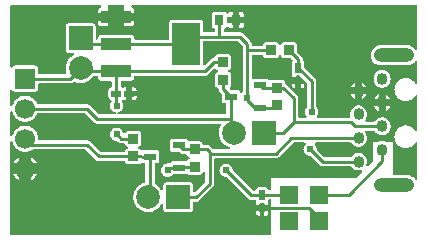
<source format=gtl>
G04 Layer: TopLayer*
G04 EasyEDA v6.5.29, 2023-10-05 15:07:23*
G04 0de49d076cbe44b984db42f85a7ac8d1,cce8abda2c6f4e5b9eea80e955d706a9,10*
G04 Gerber Generator version 0.2*
G04 Scale: 100 percent, Rotated: No, Reflected: No *
G04 Dimensions in millimeters *
G04 leading zeros omitted , absolute positions ,4 integer and 5 decimal *
%FSLAX45Y45*%
%MOMM*%

%AMMACRO1*21,1,$1,$2,0,0,$3*%
%ADD10C,0.2540*%
%ADD11MACRO1,0.54X0.7901X-90.0000*%
%ADD12MACRO1,0.54X0.7901X0.0000*%
%ADD13R,0.5400X0.7901*%
%ADD14R,0.8000X0.9000*%
%ADD15R,1.0700X0.6000*%
%ADD16MACRO1,0.864X0.8065X0.0000*%
%ADD17R,0.8640X0.8065*%
%ADD18MACRO1,0.864X0.8065X-90.0000*%
%ADD19R,2.5000X1.1000*%
%ADD20MACRO1,3.6X2.34X90.0000*%
%ADD21R,1.6000X1.5000*%
%ADD22R,1.7000X1.7000*%
%ADD23C,1.7000*%
%ADD24R,2.0000X2.0000*%
%ADD25C,2.0000*%
%ADD26O,0.8999982X0.9999979999999999*%
%ADD27O,3.3999932X1.1999976*%
%ADD28C,0.6096*%
%ADD29C,0.0137*%

%LPD*%
G36*
X1982927Y-768756D02*
G01*
X1978964Y-767791D01*
X1975713Y-765403D01*
X1973630Y-761949D01*
X1972564Y-758901D01*
X1969516Y-753973D01*
X1965401Y-749909D01*
X1960524Y-746810D01*
X1955038Y-744880D01*
X1948738Y-744169D01*
X1898700Y-744169D01*
X1894789Y-743407D01*
X1891487Y-741222D01*
X1886204Y-735939D01*
X1884121Y-732942D01*
X1883257Y-729437D01*
X1883664Y-725830D01*
X1885289Y-722579D01*
X1892198Y-715975D01*
X1895297Y-711047D01*
X1897176Y-705612D01*
X1897888Y-699262D01*
X1897888Y-619760D01*
X1897176Y-613460D01*
X1895297Y-607974D01*
X1892198Y-603097D01*
X1888134Y-598982D01*
X1883206Y-595934D01*
X1877161Y-593801D01*
X1873605Y-591667D01*
X1871167Y-588264D01*
X1870354Y-584200D01*
X1871167Y-580136D01*
X1873605Y-576732D01*
X1877161Y-574598D01*
X1883206Y-572465D01*
X1888134Y-569417D01*
X1892198Y-565302D01*
X1895297Y-560425D01*
X1897176Y-554939D01*
X1897888Y-548640D01*
X1897888Y-469138D01*
X1897176Y-462788D01*
X1895297Y-457352D01*
X1892198Y-452424D01*
X1888134Y-448360D01*
X1883206Y-445262D01*
X1877771Y-443331D01*
X1871421Y-442620D01*
X1786178Y-442620D01*
X1779828Y-443331D01*
X1774393Y-445262D01*
X1769465Y-448360D01*
X1765401Y-452424D01*
X1762302Y-457352D01*
X1760169Y-463448D01*
X1758238Y-466801D01*
X1755241Y-469138D01*
X1751584Y-470204D01*
X1744319Y-470966D01*
X1737106Y-473151D01*
X1730400Y-476707D01*
X1724202Y-481838D01*
X1676450Y-529539D01*
X1673148Y-531723D01*
X1669288Y-532536D01*
X1665376Y-531723D01*
X1662074Y-529539D01*
X1659889Y-526237D01*
X1659128Y-522376D01*
X1659128Y-340868D01*
X1659889Y-336956D01*
X1662074Y-333705D01*
X1665376Y-331470D01*
X1669288Y-330708D01*
X1948281Y-330708D01*
X1952193Y-331470D01*
X1955495Y-333705D01*
X1990394Y-368604D01*
X1992630Y-371906D01*
X1993392Y-375818D01*
X1993392Y-758596D01*
X1992579Y-762558D01*
X1990293Y-765911D01*
X1986889Y-768045D01*
G37*

%LPD*%
G36*
X781050Y-950874D02*
G01*
X777189Y-950061D01*
X773887Y-947877D01*
X700735Y-874776D01*
X694537Y-869645D01*
X687832Y-866089D01*
X680618Y-863904D01*
X672592Y-863092D01*
X262940Y-863092D01*
X259130Y-862330D01*
X255879Y-860247D01*
X253644Y-857046D01*
X250698Y-850392D01*
X243332Y-838250D01*
X234492Y-827125D01*
X224282Y-817270D01*
X212902Y-808786D01*
X200507Y-801776D01*
X187350Y-796442D01*
X173583Y-792835D01*
X159512Y-791057D01*
X145288Y-791057D01*
X131216Y-792835D01*
X117449Y-796442D01*
X104292Y-801776D01*
X91897Y-808786D01*
X80518Y-817270D01*
X70307Y-827125D01*
X61467Y-838250D01*
X54102Y-850392D01*
X48361Y-863396D01*
X45821Y-871931D01*
X43840Y-875537D01*
X40640Y-878078D01*
X36677Y-879195D01*
X32613Y-878586D01*
X29108Y-876401D01*
X26720Y-873048D01*
X25908Y-869035D01*
X25908Y-750214D01*
X26822Y-745947D01*
X29464Y-742492D01*
X33274Y-740460D01*
X37592Y-740156D01*
X41656Y-741680D01*
X44653Y-744778D01*
X47193Y-748792D01*
X51308Y-752906D01*
X56184Y-756005D01*
X61671Y-757885D01*
X67970Y-758596D01*
X236829Y-758596D01*
X243128Y-757885D01*
X248615Y-756005D01*
X253492Y-752906D01*
X257606Y-748792D01*
X260705Y-743915D01*
X262585Y-738428D01*
X263296Y-732129D01*
X263296Y-696468D01*
X264058Y-692556D01*
X266293Y-689305D01*
X269595Y-687070D01*
X273456Y-686308D01*
X532892Y-686308D01*
X540918Y-685495D01*
X548132Y-683310D01*
X554837Y-679754D01*
X560578Y-675030D01*
X563880Y-673201D01*
X567588Y-672744D01*
X571195Y-673608D01*
X577646Y-676503D01*
X592175Y-681024D01*
X607110Y-683768D01*
X622300Y-684682D01*
X637489Y-683768D01*
X652424Y-681024D01*
X666953Y-676503D01*
X680821Y-670255D01*
X693826Y-662381D01*
X705764Y-653034D01*
X716534Y-642264D01*
X728878Y-626516D01*
X731926Y-624789D01*
X735330Y-624230D01*
X761136Y-624230D01*
X765048Y-624992D01*
X768299Y-627176D01*
X770534Y-630478D01*
X771296Y-634390D01*
X771296Y-640029D01*
X772007Y-646328D01*
X773938Y-651814D01*
X776986Y-656691D01*
X781100Y-660806D01*
X785977Y-663905D01*
X791464Y-665784D01*
X797763Y-666496D01*
X874014Y-666496D01*
X877874Y-667258D01*
X881176Y-669442D01*
X883361Y-672744D01*
X884174Y-676605D01*
X884326Y-713079D01*
X883513Y-717143D01*
X881126Y-720547D01*
X877569Y-722731D01*
X872693Y-724408D01*
X867765Y-727506D01*
X863701Y-731570D01*
X860602Y-736498D01*
X858672Y-741934D01*
X857961Y-748284D01*
X857961Y-801116D01*
X858672Y-807466D01*
X860602Y-812901D01*
X863701Y-817829D01*
X867765Y-821893D01*
X872693Y-824992D01*
X877569Y-826668D01*
X880770Y-828548D01*
X883107Y-831443D01*
X884275Y-834999D01*
X884072Y-838708D01*
X882497Y-842111D01*
X878281Y-848106D01*
X874166Y-857046D01*
X871626Y-866495D01*
X870762Y-876300D01*
X871626Y-886104D01*
X874166Y-895553D01*
X878281Y-904494D01*
X883919Y-912520D01*
X890879Y-919480D01*
X898906Y-925118D01*
X907846Y-929233D01*
X913942Y-930859D01*
X917600Y-932738D01*
X920292Y-935939D01*
X921410Y-939952D01*
X920902Y-944067D01*
X918718Y-947623D01*
X915365Y-950010D01*
X911301Y-950874D01*
G37*

%LPD*%
G36*
X942898Y-950874D02*
G01*
X938834Y-950010D01*
X935482Y-947623D01*
X933297Y-944067D01*
X932789Y-939952D01*
X933907Y-935939D01*
X936599Y-932738D01*
X940257Y-930859D01*
X946353Y-929233D01*
X955294Y-925118D01*
X963320Y-919480D01*
X970280Y-912520D01*
X975918Y-904494D01*
X980033Y-895553D01*
X982573Y-886104D01*
X983437Y-876300D01*
X982573Y-866495D01*
X980033Y-857046D01*
X975918Y-848106D01*
X970635Y-840638D01*
X969010Y-836726D01*
X969060Y-832510D01*
X970889Y-828649D01*
X974090Y-825906D01*
X978103Y-824687D01*
X982319Y-825195D01*
X987145Y-826871D01*
X993495Y-827633D01*
X1006297Y-827633D01*
X1006297Y-794562D01*
X998982Y-794562D01*
X995070Y-793800D01*
X991768Y-791565D01*
X989584Y-788263D01*
X988821Y-784402D01*
X988821Y-764997D01*
X989584Y-761136D01*
X991768Y-757834D01*
X995070Y-755599D01*
X998982Y-754837D01*
X1006297Y-754837D01*
X1006297Y-721817D01*
X993495Y-721817D01*
X987145Y-722528D01*
X981252Y-724560D01*
X977900Y-725119D01*
X974547Y-724560D01*
X968349Y-722426D01*
X964844Y-720293D01*
X962406Y-716889D01*
X961542Y-712876D01*
X961390Y-676706D01*
X962152Y-672795D01*
X964336Y-669493D01*
X967638Y-667308D01*
X971550Y-666496D01*
X1046632Y-666496D01*
X1052931Y-665784D01*
X1058418Y-663905D01*
X1063294Y-660806D01*
X1067409Y-656691D01*
X1070508Y-651814D01*
X1072388Y-646328D01*
X1073099Y-640029D01*
X1073099Y-634238D01*
X1073861Y-630326D01*
X1076096Y-627075D01*
X1079398Y-624840D01*
X1083259Y-624078D01*
X1674622Y-624078D01*
X1682648Y-623265D01*
X1689862Y-621080D01*
X1696567Y-617524D01*
X1702765Y-612394D01*
X1750466Y-564743D01*
X1753768Y-562559D01*
X1757629Y-561746D01*
X1761540Y-562559D01*
X1764842Y-564743D01*
X1769465Y-569417D01*
X1774393Y-572465D01*
X1780438Y-574598D01*
X1783994Y-576732D01*
X1786432Y-580136D01*
X1787245Y-584200D01*
X1786432Y-588264D01*
X1783994Y-591667D01*
X1780438Y-593801D01*
X1774393Y-595934D01*
X1769465Y-598982D01*
X1765401Y-603097D01*
X1762302Y-607974D01*
X1760423Y-613460D01*
X1759712Y-619760D01*
X1759712Y-699262D01*
X1760423Y-705612D01*
X1762302Y-711047D01*
X1765401Y-715975D01*
X1769465Y-720039D01*
X1774393Y-723138D01*
X1779828Y-725068D01*
X1784705Y-726186D01*
X1787499Y-728167D01*
X1789430Y-731012D01*
X1790344Y-734314D01*
X1791004Y-740613D01*
X1793189Y-747877D01*
X1796745Y-754532D01*
X1801875Y-760780D01*
X1813407Y-772312D01*
X1815592Y-775614D01*
X1816404Y-779475D01*
X1816404Y-829513D01*
X1817116Y-835863D01*
X1818995Y-841298D01*
X1822094Y-846226D01*
X1826158Y-850290D01*
X1831086Y-853389D01*
X1836521Y-855319D01*
X1842871Y-856030D01*
X1847037Y-856030D01*
X1850898Y-856792D01*
X1854200Y-858977D01*
X1856435Y-862279D01*
X1857197Y-866190D01*
X1857197Y-940714D01*
X1856435Y-944575D01*
X1854200Y-947877D01*
X1850898Y-950061D01*
X1847037Y-950874D01*
G37*

%LPC*%
G36*
X1058519Y-754837D02*
G01*
X1097838Y-754837D01*
X1097838Y-748284D01*
X1097127Y-741934D01*
X1095197Y-736498D01*
X1092098Y-731570D01*
X1088034Y-727506D01*
X1083106Y-724408D01*
X1077671Y-722528D01*
X1071321Y-721817D01*
X1058519Y-721817D01*
G37*
G36*
X1058519Y-827633D02*
G01*
X1071321Y-827633D01*
X1077671Y-826871D01*
X1083106Y-824992D01*
X1088034Y-821893D01*
X1092098Y-817829D01*
X1095197Y-812901D01*
X1097127Y-807466D01*
X1097838Y-801116D01*
X1097838Y-794562D01*
X1058519Y-794562D01*
G37*

%LPD*%
G36*
X2474468Y-977392D02*
G01*
X2470556Y-976630D01*
X2467305Y-974394D01*
X2465070Y-971143D01*
X2464308Y-967232D01*
X2464308Y-813308D01*
X2463495Y-805281D01*
X2461310Y-798068D01*
X2457754Y-791362D01*
X2452624Y-785164D01*
X2365197Y-697738D01*
X2358847Y-692454D01*
X2356358Y-689457D01*
X2355189Y-685749D01*
X2354376Y-678688D01*
X2352497Y-673252D01*
X2349398Y-668324D01*
X2345334Y-664260D01*
X2340406Y-661162D01*
X2334971Y-659231D01*
X2328621Y-658520D01*
X2243378Y-658520D01*
X2237028Y-659231D01*
X2231593Y-661162D01*
X2226716Y-663346D01*
X2222855Y-663295D01*
X2219248Y-661771D01*
X2212390Y-654913D01*
X2207514Y-651814D01*
X2202027Y-649884D01*
X2195728Y-649173D01*
X2089912Y-649173D01*
X2082038Y-650189D01*
X2077770Y-649833D01*
X2074062Y-647750D01*
X2071522Y-644296D01*
X2070607Y-640130D01*
X2070607Y-455168D01*
X2071370Y-451256D01*
X2073605Y-448005D01*
X2076856Y-445770D01*
X2080768Y-445008D01*
X2160320Y-445008D01*
X2163927Y-445668D01*
X2167077Y-447598D01*
X2169363Y-450494D01*
X2170531Y-455371D01*
X2172462Y-460806D01*
X2175560Y-465734D01*
X2179624Y-469798D01*
X2184552Y-472897D01*
X2189988Y-474776D01*
X2196338Y-475488D01*
X2275840Y-475488D01*
X2282139Y-474776D01*
X2287625Y-472897D01*
X2292502Y-469798D01*
X2296617Y-465734D01*
X2299665Y-460806D01*
X2301798Y-454761D01*
X2303932Y-451205D01*
X2307336Y-448767D01*
X2311400Y-447954D01*
X2315464Y-448767D01*
X2318867Y-451205D01*
X2321001Y-454761D01*
X2323134Y-460806D01*
X2326182Y-465734D01*
X2330297Y-469798D01*
X2335174Y-472897D01*
X2340660Y-474776D01*
X2346960Y-475488D01*
X2397048Y-475488D01*
X2400909Y-476300D01*
X2404211Y-478485D01*
X2414168Y-488442D01*
X2416149Y-491235D01*
X2417114Y-494487D01*
X2416911Y-497890D01*
X2415590Y-501040D01*
X2413508Y-504393D01*
X2411628Y-509828D01*
X2410917Y-516178D01*
X2410917Y-594004D01*
X2411628Y-600354D01*
X2413660Y-606247D01*
X2414219Y-609600D01*
X2413660Y-612952D01*
X2411628Y-618845D01*
X2410917Y-625195D01*
X2410917Y-637997D01*
X2443937Y-637997D01*
X2443937Y-630682D01*
X2444699Y-626770D01*
X2446934Y-623468D01*
X2450236Y-621284D01*
X2454097Y-620522D01*
X2470404Y-620522D01*
X2474315Y-621284D01*
X2477566Y-623468D01*
X2480665Y-626567D01*
X2482900Y-629869D01*
X2483662Y-633730D01*
X2483662Y-637997D01*
X2487879Y-637997D01*
X2491790Y-638759D01*
X2495092Y-640994D01*
X2526995Y-672846D01*
X2529179Y-676148D01*
X2529433Y-677468D01*
X2530754Y-677722D01*
X2534056Y-679958D01*
X2536494Y-682396D01*
X2538730Y-685698D01*
X2539492Y-689610D01*
X2539492Y-882091D01*
X2538730Y-886002D01*
X2536494Y-889304D01*
X2534920Y-890879D01*
X2529281Y-898906D01*
X2525166Y-907846D01*
X2522626Y-917295D01*
X2521762Y-927100D01*
X2522626Y-936904D01*
X2525166Y-946353D01*
X2529281Y-955294D01*
X2533599Y-961390D01*
X2535275Y-965453D01*
X2535072Y-969873D01*
X2533040Y-973785D01*
X2529586Y-976426D01*
X2525268Y-977392D01*
G37*

%LPC*%
G36*
X2437384Y-729538D02*
G01*
X2443937Y-729538D01*
X2443937Y-690219D01*
X2410917Y-690219D01*
X2410917Y-703021D01*
X2411628Y-709371D01*
X2413508Y-714806D01*
X2416606Y-719734D01*
X2420670Y-723798D01*
X2425598Y-726897D01*
X2431034Y-728827D01*
G37*
G36*
X2483662Y-729538D02*
G01*
X2490216Y-729538D01*
X2496566Y-728827D01*
X2502001Y-726897D01*
X2506929Y-723798D01*
X2510993Y-719734D01*
X2514092Y-714806D01*
X2515971Y-709371D01*
X2516682Y-703021D01*
X2516682Y-690219D01*
X2483662Y-690219D01*
G37*

%LPD*%
G36*
X3462934Y-1505661D02*
G01*
X3458972Y-1504391D01*
X3455771Y-1501597D01*
X3449878Y-1493723D01*
X3441242Y-1485087D01*
X3431438Y-1477721D01*
X3420668Y-1471879D01*
X3409187Y-1467561D01*
X3397199Y-1464970D01*
X3384651Y-1464056D01*
X3274060Y-1464056D01*
X3270148Y-1463294D01*
X3266897Y-1461109D01*
X3264662Y-1457807D01*
X3263900Y-1453896D01*
X3263900Y-1182116D01*
X3262884Y-1181100D01*
X3207410Y-1181100D01*
X3203498Y-1180338D01*
X3196894Y-1177594D01*
X3186074Y-1175004D01*
X3175000Y-1174140D01*
X3163925Y-1175004D01*
X3153105Y-1177594D01*
X3146501Y-1180338D01*
X3142589Y-1181100D01*
X3099816Y-1181100D01*
X3098800Y-1182116D01*
X3098800Y-1341983D01*
X3098038Y-1345895D01*
X3095802Y-1349197D01*
X3059734Y-1385265D01*
X3056077Y-1387602D01*
X3051759Y-1388211D01*
X3047593Y-1386941D01*
X3044342Y-1384046D01*
X3042615Y-1380032D01*
X3042666Y-1375714D01*
X3045002Y-1366062D01*
X3045917Y-1354582D01*
X3045917Y-1345387D01*
X3045002Y-1333906D01*
X3042412Y-1323086D01*
X3038144Y-1312824D01*
X3032353Y-1303324D01*
X3025089Y-1294892D01*
X3016656Y-1287678D01*
X3007156Y-1281836D01*
X2996895Y-1277569D01*
X2986074Y-1274978D01*
X2975000Y-1274114D01*
X2963926Y-1274978D01*
X2953105Y-1277569D01*
X2942793Y-1281836D01*
X2933344Y-1287678D01*
X2924860Y-1294892D01*
X2917647Y-1303324D01*
X2915716Y-1306525D01*
X2913430Y-1309116D01*
X2910433Y-1310792D01*
X2907030Y-1311402D01*
X2690977Y-1311402D01*
X2687116Y-1310589D01*
X2683814Y-1308404D01*
X2624531Y-1249121D01*
X2622499Y-1246225D01*
X2621584Y-1242822D01*
X2620873Y-1234795D01*
X2618333Y-1225346D01*
X2614218Y-1216406D01*
X2608580Y-1208379D01*
X2606141Y-1205941D01*
X2603957Y-1202639D01*
X2603144Y-1198778D01*
X2603957Y-1194866D01*
X2606141Y-1191564D01*
X2609443Y-1189380D01*
X2613304Y-1188618D01*
X2907030Y-1188618D01*
X2910433Y-1189177D01*
X2913430Y-1190853D01*
X2915666Y-1193444D01*
X2917647Y-1196644D01*
X2924860Y-1205128D01*
X2933344Y-1212342D01*
X2942793Y-1218133D01*
X2953105Y-1222400D01*
X2963926Y-1224991D01*
X2975000Y-1225854D01*
X2986074Y-1224991D01*
X2996895Y-1222400D01*
X3007156Y-1218133D01*
X3016656Y-1212342D01*
X3025089Y-1205128D01*
X3032353Y-1196644D01*
X3038144Y-1187196D01*
X3042412Y-1176883D01*
X3045002Y-1166063D01*
X3045917Y-1154582D01*
X3045917Y-1145387D01*
X3045002Y-1133906D01*
X3042412Y-1123086D01*
X3038144Y-1112824D01*
X3032810Y-1104138D01*
X3031388Y-1100074D01*
X3031744Y-1095806D01*
X3033826Y-1092098D01*
X3037281Y-1089558D01*
X3041446Y-1088644D01*
X3107029Y-1088644D01*
X3110433Y-1089202D01*
X3113430Y-1090930D01*
X3115716Y-1093520D01*
X3117646Y-1096670D01*
X3124860Y-1105103D01*
X3133344Y-1112316D01*
X3142792Y-1118158D01*
X3153105Y-1122426D01*
X3163925Y-1125016D01*
X3175000Y-1125880D01*
X3186074Y-1125016D01*
X3196894Y-1122426D01*
X3207156Y-1118158D01*
X3216656Y-1112316D01*
X3225088Y-1105103D01*
X3232353Y-1096670D01*
X3238144Y-1087170D01*
X3242411Y-1076909D01*
X3245002Y-1066088D01*
X3245916Y-1054608D01*
X3245916Y-1045413D01*
X3245002Y-1033932D01*
X3242411Y-1023112D01*
X3238144Y-1012799D01*
X3232353Y-1003350D01*
X3225088Y-994867D01*
X3216656Y-987653D01*
X3207156Y-981862D01*
X3196894Y-977595D01*
X3186074Y-975004D01*
X3175000Y-974140D01*
X3163925Y-975004D01*
X3153105Y-977595D01*
X3142792Y-981862D01*
X3133344Y-987653D01*
X3124860Y-994867D01*
X3117646Y-1003350D01*
X3115665Y-1006602D01*
X3113379Y-1009142D01*
X3110382Y-1010869D01*
X3107029Y-1011428D01*
X3041446Y-1011428D01*
X3037230Y-1010513D01*
X3033826Y-1007973D01*
X3031693Y-1004265D01*
X3031337Y-999998D01*
X3032760Y-995984D01*
X3038144Y-987196D01*
X3042412Y-976884D01*
X3045002Y-966063D01*
X3045917Y-954582D01*
X3045917Y-945387D01*
X3045002Y-933907D01*
X3042412Y-923086D01*
X3038144Y-912825D01*
X3032353Y-903325D01*
X3025089Y-894892D01*
X3016656Y-887679D01*
X3007156Y-881837D01*
X2996895Y-877569D01*
X2986074Y-874979D01*
X2975000Y-874115D01*
X2963926Y-874979D01*
X2953105Y-877569D01*
X2942793Y-881837D01*
X2933344Y-887679D01*
X2924860Y-894892D01*
X2917647Y-903325D01*
X2911856Y-912825D01*
X2907588Y-923086D01*
X2904998Y-933907D01*
X2904083Y-945387D01*
X2904083Y-954582D01*
X2904998Y-966419D01*
X2904490Y-970584D01*
X2902356Y-974140D01*
X2898952Y-976528D01*
X2894888Y-977392D01*
X2630932Y-977392D01*
X2626614Y-976426D01*
X2623159Y-973785D01*
X2621127Y-969873D01*
X2620924Y-965453D01*
X2622600Y-961390D01*
X2626918Y-955294D01*
X2631033Y-946353D01*
X2633573Y-936904D01*
X2634437Y-927100D01*
X2633573Y-917295D01*
X2631033Y-907846D01*
X2626918Y-898906D01*
X2621280Y-890879D01*
X2619705Y-889304D01*
X2617470Y-886002D01*
X2616708Y-882091D01*
X2616708Y-669899D01*
X2615895Y-661873D01*
X2613710Y-654659D01*
X2610154Y-647954D01*
X2605024Y-641756D01*
X2519680Y-556361D01*
X2517495Y-553059D01*
X2516682Y-549198D01*
X2516682Y-516178D01*
X2515971Y-509828D01*
X2514092Y-504393D01*
X2510993Y-499465D01*
X2504490Y-493115D01*
X2502966Y-490169D01*
X2502408Y-486918D01*
X2502408Y-483971D01*
X2501595Y-475945D01*
X2499410Y-468731D01*
X2495854Y-462026D01*
X2490724Y-455828D01*
X2455926Y-420979D01*
X2453741Y-417677D01*
X2452979Y-413816D01*
X2452979Y-363778D01*
X2452268Y-357428D01*
X2450338Y-351993D01*
X2447239Y-347065D01*
X2443175Y-343001D01*
X2438247Y-339902D01*
X2432812Y-338023D01*
X2426462Y-337312D01*
X2346960Y-337312D01*
X2340660Y-338023D01*
X2335174Y-339902D01*
X2330297Y-343001D01*
X2326182Y-347065D01*
X2323134Y-351993D01*
X2321001Y-358038D01*
X2318867Y-361594D01*
X2315464Y-364032D01*
X2311400Y-364845D01*
X2307336Y-364032D01*
X2303932Y-361594D01*
X2301798Y-358038D01*
X2299665Y-351993D01*
X2296617Y-347065D01*
X2292502Y-343001D01*
X2287625Y-339902D01*
X2282139Y-338023D01*
X2275840Y-337312D01*
X2196338Y-337312D01*
X2189988Y-338023D01*
X2184552Y-339902D01*
X2179624Y-343001D01*
X2175560Y-347065D01*
X2172462Y-351993D01*
X2170531Y-357428D01*
X2169363Y-362305D01*
X2167077Y-365201D01*
X2163927Y-367131D01*
X2160320Y-367792D01*
X2080768Y-367792D01*
X2076856Y-367030D01*
X2073605Y-364794D01*
X2071370Y-361543D01*
X2069795Y-348081D01*
X2067610Y-340868D01*
X2064054Y-334162D01*
X2058924Y-327964D01*
X1996135Y-265176D01*
X1989937Y-260045D01*
X1983232Y-256489D01*
X1976018Y-254304D01*
X1967992Y-253492D01*
X1845665Y-253492D01*
X1841754Y-252729D01*
X1838502Y-250494D01*
X1836267Y-247243D01*
X1835505Y-243332D01*
X1835505Y-232308D01*
X1836369Y-228244D01*
X1838756Y-224840D01*
X1842312Y-222707D01*
X1848104Y-220675D01*
X1853031Y-217627D01*
X1857095Y-213512D01*
X1858314Y-211632D01*
X1861108Y-208686D01*
X1864868Y-207060D01*
X1868932Y-207060D01*
X1872691Y-208686D01*
X1875485Y-211632D01*
X1876704Y-213512D01*
X1880768Y-217627D01*
X1885696Y-220675D01*
X1891131Y-222605D01*
X1897481Y-223316D01*
X1910537Y-223316D01*
X1910537Y-181254D01*
X1872996Y-181254D01*
X1869084Y-180492D01*
X1865782Y-178257D01*
X1863598Y-174955D01*
X1862836Y-171094D01*
X1862836Y-133705D01*
X1863598Y-129844D01*
X1865782Y-126542D01*
X1869084Y-124307D01*
X1872996Y-123545D01*
X1910537Y-123545D01*
X1910537Y-81483D01*
X1897481Y-81483D01*
X1891131Y-82194D01*
X1885696Y-84124D01*
X1880768Y-87172D01*
X1876704Y-91287D01*
X1875485Y-93167D01*
X1872691Y-96113D01*
X1868932Y-97739D01*
X1864868Y-97739D01*
X1861108Y-96113D01*
X1858314Y-93167D01*
X1857095Y-91287D01*
X1853031Y-87172D01*
X1848104Y-84124D01*
X1842668Y-82194D01*
X1836318Y-81483D01*
X1757476Y-81483D01*
X1751177Y-82194D01*
X1745691Y-84124D01*
X1740814Y-87172D01*
X1736699Y-91287D01*
X1733600Y-96164D01*
X1731721Y-101650D01*
X1731010Y-107950D01*
X1731010Y-196850D01*
X1731721Y-203149D01*
X1733600Y-208635D01*
X1736699Y-213512D01*
X1740814Y-217627D01*
X1745691Y-220675D01*
X1751482Y-222707D01*
X1755038Y-224840D01*
X1757425Y-228244D01*
X1758289Y-232308D01*
X1758289Y-243332D01*
X1757527Y-247243D01*
X1755292Y-250494D01*
X1752041Y-252729D01*
X1748129Y-253492D01*
X1669288Y-253492D01*
X1665376Y-252729D01*
X1662074Y-250494D01*
X1659889Y-247243D01*
X1659128Y-243332D01*
X1659128Y-176174D01*
X1658416Y-169824D01*
X1656486Y-164388D01*
X1653387Y-159512D01*
X1649323Y-155397D01*
X1644396Y-152298D01*
X1638960Y-150418D01*
X1632610Y-149707D01*
X1399794Y-149707D01*
X1393444Y-150418D01*
X1388008Y-152298D01*
X1383080Y-155397D01*
X1379016Y-159512D01*
X1375918Y-164388D01*
X1373987Y-169824D01*
X1373276Y-176174D01*
X1373276Y-306832D01*
X1372514Y-310743D01*
X1370330Y-313994D01*
X1367028Y-316230D01*
X1363116Y-316992D01*
X1083259Y-316992D01*
X1079398Y-316230D01*
X1076096Y-313994D01*
X1073861Y-310743D01*
X1073099Y-306832D01*
X1073099Y-301193D01*
X1072388Y-294843D01*
X1070508Y-289407D01*
X1067409Y-284480D01*
X1063294Y-280416D01*
X1058418Y-277317D01*
X1052931Y-275386D01*
X1046632Y-274675D01*
X797763Y-274675D01*
X791464Y-275386D01*
X785977Y-277317D01*
X781100Y-280416D01*
X776986Y-284480D01*
X773938Y-289407D01*
X772007Y-294843D01*
X771296Y-301193D01*
X771296Y-306832D01*
X770534Y-310743D01*
X768299Y-313994D01*
X765048Y-316230D01*
X761136Y-316992D01*
X758393Y-316992D01*
X754481Y-316230D01*
X751179Y-313994D01*
X748995Y-310743D01*
X748233Y-306832D01*
X748233Y-205384D01*
X747471Y-199034D01*
X745591Y-193598D01*
X742492Y-188671D01*
X738428Y-184607D01*
X733501Y-181508D01*
X728065Y-179628D01*
X721715Y-178917D01*
X522884Y-178917D01*
X516534Y-179628D01*
X511098Y-181508D01*
X506171Y-184607D01*
X502107Y-188671D01*
X499008Y-193598D01*
X497128Y-199034D01*
X496417Y-205384D01*
X496417Y-404215D01*
X497128Y-410565D01*
X499008Y-416001D01*
X502107Y-420928D01*
X506171Y-424992D01*
X511098Y-428091D01*
X516534Y-429971D01*
X522884Y-430733D01*
X554837Y-430733D01*
X559104Y-431647D01*
X562610Y-434289D01*
X564642Y-438150D01*
X564896Y-442518D01*
X563270Y-446532D01*
X560120Y-449580D01*
X550773Y-455218D01*
X538835Y-464566D01*
X528066Y-475335D01*
X518718Y-487273D01*
X510844Y-500278D01*
X504596Y-514146D01*
X500075Y-528675D01*
X497332Y-543610D01*
X496417Y-558800D01*
X497332Y-573989D01*
X500075Y-588924D01*
X502259Y-595934D01*
X502666Y-599643D01*
X501700Y-603300D01*
X499465Y-606348D01*
X496265Y-608380D01*
X492556Y-609092D01*
X273456Y-609092D01*
X269595Y-608330D01*
X266293Y-606094D01*
X264058Y-602843D01*
X263296Y-598932D01*
X263296Y-563270D01*
X262585Y-556971D01*
X260705Y-551484D01*
X257606Y-546608D01*
X253492Y-542493D01*
X248615Y-539394D01*
X243128Y-537514D01*
X236829Y-536803D01*
X67970Y-536803D01*
X61671Y-537514D01*
X56184Y-539394D01*
X51308Y-542493D01*
X47193Y-546608D01*
X44653Y-550621D01*
X41656Y-553720D01*
X37592Y-555244D01*
X33274Y-554939D01*
X29464Y-552907D01*
X26822Y-549452D01*
X25908Y-545185D01*
X25908Y-36068D01*
X26670Y-32156D01*
X28905Y-28905D01*
X32156Y-26670D01*
X36068Y-25908D01*
X787349Y-25908D01*
X791311Y-26720D01*
X794664Y-29006D01*
X796848Y-32410D01*
X797509Y-36372D01*
X796594Y-40335D01*
X794207Y-43586D01*
X790752Y-45669D01*
X785977Y-47294D01*
X781100Y-50393D01*
X776986Y-54508D01*
X773938Y-59385D01*
X772007Y-64871D01*
X771296Y-71170D01*
X771296Y-91744D01*
X853338Y-91744D01*
X853338Y-36068D01*
X854151Y-32156D01*
X856335Y-28905D01*
X859637Y-26670D01*
X863498Y-25908D01*
X980897Y-25908D01*
X984758Y-26670D01*
X988060Y-28905D01*
X990295Y-32156D01*
X991057Y-36068D01*
X991057Y-91744D01*
X1073099Y-91744D01*
X1073099Y-71170D01*
X1072388Y-64871D01*
X1070508Y-59385D01*
X1067409Y-54508D01*
X1063294Y-50393D01*
X1058418Y-47294D01*
X1053693Y-45669D01*
X1050188Y-43586D01*
X1047800Y-40335D01*
X1046886Y-36372D01*
X1047546Y-32410D01*
X1049731Y-29006D01*
X1053084Y-26720D01*
X1057046Y-25908D01*
X3463950Y-25908D01*
X3467811Y-26670D01*
X3471113Y-28905D01*
X3473297Y-32156D01*
X3474059Y-36068D01*
X3474059Y-395528D01*
X3473196Y-399643D01*
X3470757Y-403047D01*
X3467150Y-405180D01*
X3462934Y-405638D01*
X3458972Y-404368D01*
X3455771Y-401624D01*
X3449878Y-393750D01*
X3441242Y-385064D01*
X3431438Y-377748D01*
X3420668Y-371856D01*
X3409187Y-367588D01*
X3397199Y-364998D01*
X3384651Y-364083D01*
X3165348Y-364083D01*
X3152749Y-364998D01*
X3140811Y-367588D01*
X3129330Y-371856D01*
X3118561Y-377748D01*
X3108756Y-385064D01*
X3100070Y-393750D01*
X3092754Y-403555D01*
X3086862Y-414324D01*
X3082594Y-425805D01*
X3080004Y-437743D01*
X3079089Y-449986D01*
X3080004Y-462229D01*
X3082594Y-474167D01*
X3086862Y-485648D01*
X3092754Y-496417D01*
X3100070Y-506222D01*
X3108756Y-514908D01*
X3118561Y-522224D01*
X3129330Y-528116D01*
X3140811Y-532384D01*
X3152749Y-534974D01*
X3165348Y-535889D01*
X3384651Y-535889D01*
X3397199Y-534974D01*
X3409187Y-532384D01*
X3420668Y-528116D01*
X3431438Y-522224D01*
X3441242Y-514908D01*
X3449878Y-506222D01*
X3455771Y-498348D01*
X3458972Y-495604D01*
X3462934Y-494334D01*
X3467150Y-494792D01*
X3470757Y-496925D01*
X3473196Y-500329D01*
X3474059Y-504443D01*
X3474059Y-682498D01*
X3473196Y-686612D01*
X3470706Y-690067D01*
X3466998Y-692150D01*
X3462782Y-692556D01*
X3458768Y-691235D01*
X3455619Y-688340D01*
X3449370Y-679500D01*
X3440429Y-669899D01*
X3430270Y-661670D01*
X3419094Y-654862D01*
X3407105Y-649630D01*
X3394506Y-646125D01*
X3381552Y-644347D01*
X3368446Y-644347D01*
X3355492Y-646125D01*
X3342894Y-649630D01*
X3330905Y-654862D01*
X3319678Y-661670D01*
X3309569Y-669899D01*
X3300628Y-679500D01*
X3293059Y-690168D01*
X3287064Y-701802D01*
X3282645Y-714146D01*
X3280003Y-726948D01*
X3279089Y-740003D01*
X3280003Y-753059D01*
X3282645Y-765860D01*
X3287064Y-778205D01*
X3293059Y-789787D01*
X3300628Y-800506D01*
X3309569Y-810056D01*
X3319678Y-818337D01*
X3330905Y-825144D01*
X3342894Y-830326D01*
X3355492Y-833882D01*
X3368446Y-835660D01*
X3381552Y-835660D01*
X3394506Y-833882D01*
X3407105Y-830326D01*
X3419094Y-825144D01*
X3430270Y-818337D01*
X3440429Y-810056D01*
X3449370Y-800506D01*
X3455619Y-791667D01*
X3458768Y-788771D01*
X3462782Y-787400D01*
X3466998Y-787806D01*
X3470706Y-789940D01*
X3473196Y-793343D01*
X3474059Y-797509D01*
X3474059Y-1082497D01*
X3473196Y-1086612D01*
X3470706Y-1090066D01*
X3466998Y-1092149D01*
X3462782Y-1092555D01*
X3458768Y-1091234D01*
X3455619Y-1088339D01*
X3449370Y-1079500D01*
X3440429Y-1069898D01*
X3430270Y-1061669D01*
X3419094Y-1054862D01*
X3407105Y-1049629D01*
X3394506Y-1046124D01*
X3381552Y-1044346D01*
X3368446Y-1044346D01*
X3355492Y-1046124D01*
X3342894Y-1049629D01*
X3330905Y-1054862D01*
X3319678Y-1061669D01*
X3309569Y-1069898D01*
X3300628Y-1079500D01*
X3293059Y-1090168D01*
X3287064Y-1101801D01*
X3282645Y-1114145D01*
X3280003Y-1126947D01*
X3279089Y-1140002D01*
X3280003Y-1153058D01*
X3282645Y-1165860D01*
X3287064Y-1178204D01*
X3293059Y-1189786D01*
X3300628Y-1200505D01*
X3309569Y-1210056D01*
X3319678Y-1218336D01*
X3330905Y-1225143D01*
X3342894Y-1230325D01*
X3355492Y-1233881D01*
X3368446Y-1235659D01*
X3381552Y-1235659D01*
X3394506Y-1233881D01*
X3407105Y-1230325D01*
X3419094Y-1225143D01*
X3430270Y-1218336D01*
X3440429Y-1210056D01*
X3449370Y-1200505D01*
X3455619Y-1191666D01*
X3458768Y-1188770D01*
X3462782Y-1187399D01*
X3466998Y-1187805D01*
X3470706Y-1189939D01*
X3473196Y-1193342D01*
X3474059Y-1197508D01*
X3474059Y-1495552D01*
X3473196Y-1499666D01*
X3470757Y-1503070D01*
X3467150Y-1505153D01*
G37*

%LPC*%
G36*
X3003854Y-718667D02*
G01*
X3040583Y-718667D01*
X3038144Y-712825D01*
X3032353Y-703326D01*
X3025089Y-694893D01*
X3016656Y-687679D01*
X3007156Y-681837D01*
X3003854Y-680466D01*
G37*
G36*
X3175000Y-725881D02*
G01*
X3186074Y-725017D01*
X3196894Y-722426D01*
X3207156Y-718159D01*
X3216656Y-712317D01*
X3225088Y-705104D01*
X3232353Y-696671D01*
X3238144Y-687171D01*
X3242411Y-676910D01*
X3245002Y-666089D01*
X3245916Y-654608D01*
X3245916Y-645414D01*
X3245002Y-633933D01*
X3242411Y-623112D01*
X3238144Y-612800D01*
X3232353Y-603351D01*
X3225088Y-594868D01*
X3216656Y-587654D01*
X3207156Y-581863D01*
X3196894Y-577596D01*
X3186074Y-575005D01*
X3175000Y-574141D01*
X3163925Y-575005D01*
X3153105Y-577596D01*
X3142792Y-581863D01*
X3133344Y-587654D01*
X3124860Y-594868D01*
X3117646Y-603351D01*
X3111855Y-612800D01*
X3107588Y-623112D01*
X3104997Y-633933D01*
X3104083Y-645414D01*
X3104083Y-654608D01*
X3104997Y-666089D01*
X3107588Y-676910D01*
X3111855Y-687171D01*
X3117646Y-696671D01*
X3124860Y-705104D01*
X3133344Y-712317D01*
X3142792Y-718159D01*
X3153105Y-722426D01*
X3163925Y-725017D01*
G37*
G36*
X1963216Y-123545D02*
G01*
X2002789Y-123545D01*
X2002789Y-107950D01*
X2002078Y-101650D01*
X2000199Y-96164D01*
X1997100Y-91287D01*
X1992985Y-87172D01*
X1988108Y-84124D01*
X1982622Y-82194D01*
X1976323Y-81483D01*
X1963216Y-81483D01*
G37*
G36*
X797763Y-206502D02*
G01*
X853338Y-206502D01*
X853338Y-159461D01*
X771296Y-159461D01*
X771296Y-180035D01*
X772007Y-186334D01*
X773938Y-191820D01*
X776986Y-196697D01*
X781100Y-200812D01*
X785977Y-203860D01*
X791464Y-205790D01*
G37*
G36*
X991057Y-206502D02*
G01*
X1046632Y-206502D01*
X1052931Y-205790D01*
X1058418Y-203860D01*
X1063294Y-200812D01*
X1067409Y-196697D01*
X1070508Y-191820D01*
X1072388Y-186334D01*
X1073099Y-180035D01*
X1073099Y-159461D01*
X991057Y-159461D01*
G37*
G36*
X3203854Y-818641D02*
G01*
X3240582Y-818641D01*
X3238144Y-812800D01*
X3232353Y-803351D01*
X3225088Y-794867D01*
X3216656Y-787654D01*
X3207156Y-781862D01*
X3203854Y-780491D01*
G37*
G36*
X3109417Y-818641D02*
G01*
X3146145Y-818641D01*
X3146145Y-780491D01*
X3142792Y-781862D01*
X3133344Y-787654D01*
X3124860Y-794867D01*
X3117646Y-803351D01*
X3111855Y-812800D01*
G37*
G36*
X2946146Y-819505D02*
G01*
X2946146Y-781354D01*
X2909417Y-781354D01*
X2911856Y-787196D01*
X2917647Y-796645D01*
X2924860Y-805129D01*
X2933344Y-812342D01*
X2942793Y-818134D01*
G37*
G36*
X3003854Y-819505D02*
G01*
X3007156Y-818134D01*
X3016656Y-812342D01*
X3025089Y-805129D01*
X3032353Y-796645D01*
X3038144Y-787196D01*
X3040583Y-781354D01*
X3003854Y-781354D01*
G37*
G36*
X1963216Y-223316D02*
G01*
X1976323Y-223316D01*
X1982622Y-222605D01*
X1988108Y-220675D01*
X1992985Y-217627D01*
X1997100Y-213512D01*
X2000199Y-208635D01*
X2002078Y-203149D01*
X2002789Y-196850D01*
X2002789Y-181254D01*
X1963216Y-181254D01*
G37*
G36*
X3146145Y-919530D02*
G01*
X3146145Y-881329D01*
X3109417Y-881329D01*
X3111855Y-887171D01*
X3117646Y-896670D01*
X3124860Y-905103D01*
X3133344Y-912317D01*
X3142792Y-918159D01*
G37*
G36*
X3203854Y-919530D02*
G01*
X3207156Y-918159D01*
X3216656Y-912317D01*
X3225088Y-905103D01*
X3232353Y-896670D01*
X3238144Y-887171D01*
X3240582Y-881329D01*
X3203854Y-881329D01*
G37*
G36*
X2909417Y-718667D02*
G01*
X2946146Y-718667D01*
X2946146Y-680466D01*
X2942793Y-681837D01*
X2933344Y-687679D01*
X2924860Y-694893D01*
X2917647Y-703326D01*
X2911856Y-712825D01*
G37*

%LPD*%
G36*
X1583893Y-1608531D02*
G01*
X1579981Y-1607769D01*
X1576679Y-1605534D01*
X1574495Y-1602232D01*
X1573733Y-1598371D01*
X1573733Y-1551584D01*
X1572971Y-1545234D01*
X1571091Y-1539798D01*
X1567992Y-1534871D01*
X1563928Y-1530807D01*
X1559001Y-1527708D01*
X1553565Y-1525828D01*
X1547215Y-1525117D01*
X1348384Y-1525117D01*
X1342034Y-1525828D01*
X1336598Y-1527708D01*
X1331671Y-1530807D01*
X1327607Y-1534871D01*
X1324508Y-1539798D01*
X1322628Y-1545234D01*
X1321917Y-1551584D01*
X1321917Y-1583537D01*
X1320952Y-1587804D01*
X1318310Y-1591310D01*
X1314450Y-1593342D01*
X1310081Y-1593596D01*
X1306068Y-1591970D01*
X1303020Y-1588820D01*
X1297381Y-1579473D01*
X1288034Y-1567535D01*
X1277264Y-1556766D01*
X1265326Y-1547418D01*
X1253490Y-1540256D01*
X1250899Y-1537970D01*
X1249172Y-1534972D01*
X1248613Y-1531569D01*
X1248613Y-1374190D01*
X1249375Y-1370279D01*
X1251559Y-1366977D01*
X1254861Y-1364792D01*
X1258773Y-1364030D01*
X1262938Y-1364030D01*
X1269238Y-1363319D01*
X1274724Y-1361389D01*
X1279601Y-1358290D01*
X1283716Y-1354226D01*
X1286764Y-1349298D01*
X1288694Y-1343863D01*
X1289405Y-1337513D01*
X1289405Y-1278686D01*
X1288694Y-1272336D01*
X1286764Y-1266901D01*
X1283716Y-1261973D01*
X1279601Y-1257909D01*
X1274724Y-1254810D01*
X1269238Y-1252880D01*
X1262938Y-1252169D01*
X1157071Y-1252169D01*
X1150721Y-1252880D01*
X1141171Y-1256487D01*
X1137208Y-1256385D01*
X1133602Y-1254760D01*
X1130198Y-1250797D01*
X1126134Y-1246682D01*
X1121206Y-1243634D01*
X1115161Y-1241501D01*
X1111605Y-1239367D01*
X1109167Y-1235964D01*
X1108354Y-1231900D01*
X1109167Y-1227836D01*
X1111605Y-1224432D01*
X1115161Y-1222298D01*
X1121206Y-1220165D01*
X1126134Y-1217117D01*
X1130198Y-1213002D01*
X1133297Y-1208125D01*
X1135176Y-1202639D01*
X1135888Y-1196340D01*
X1135888Y-1116838D01*
X1135176Y-1110488D01*
X1133297Y-1105052D01*
X1130198Y-1100124D01*
X1126134Y-1096060D01*
X1121206Y-1092962D01*
X1115771Y-1091031D01*
X1109421Y-1090320D01*
X1024178Y-1090320D01*
X1017828Y-1091031D01*
X1012393Y-1092962D01*
X1007465Y-1096060D01*
X1003401Y-1100124D01*
X999744Y-1105916D01*
X997102Y-1108760D01*
X993546Y-1110386D01*
X989634Y-1110589D01*
X985977Y-1109268D01*
X983081Y-1106678D01*
X981354Y-1103172D01*
X980033Y-1098346D01*
X975918Y-1089406D01*
X970280Y-1081379D01*
X963320Y-1074420D01*
X955294Y-1068781D01*
X946353Y-1064666D01*
X936904Y-1062126D01*
X927100Y-1061262D01*
X917295Y-1062126D01*
X907846Y-1064666D01*
X898906Y-1068781D01*
X890879Y-1074420D01*
X883919Y-1081379D01*
X878281Y-1089406D01*
X874166Y-1098346D01*
X871626Y-1107795D01*
X870762Y-1117600D01*
X871626Y-1127404D01*
X874166Y-1136853D01*
X878281Y-1145794D01*
X883919Y-1153820D01*
X890879Y-1160780D01*
X898906Y-1166418D01*
X907846Y-1170533D01*
X917295Y-1173073D01*
X925321Y-1173784D01*
X928725Y-1174699D01*
X931621Y-1176731D01*
X938428Y-1183487D01*
X944626Y-1188618D01*
X951331Y-1192174D01*
X958545Y-1194358D01*
X966571Y-1195171D01*
X988568Y-1195171D01*
X992632Y-1196035D01*
X996035Y-1198422D01*
X998169Y-1201978D01*
X1000302Y-1208125D01*
X1003401Y-1213002D01*
X1007465Y-1217117D01*
X1012393Y-1220165D01*
X1018438Y-1222298D01*
X1021994Y-1224432D01*
X1024432Y-1227836D01*
X1025245Y-1231900D01*
X1024432Y-1235964D01*
X1021994Y-1239367D01*
X1018438Y-1241501D01*
X1012393Y-1243634D01*
X1007465Y-1246682D01*
X1003401Y-1250797D01*
X1000302Y-1255674D01*
X998169Y-1261821D01*
X996035Y-1265377D01*
X992632Y-1267764D01*
X988568Y-1268628D01*
X794054Y-1268628D01*
X790143Y-1267866D01*
X786841Y-1265631D01*
X700735Y-1179576D01*
X694537Y-1174445D01*
X687832Y-1170889D01*
X680618Y-1168704D01*
X672592Y-1167892D01*
X273354Y-1167892D01*
X269544Y-1167130D01*
X266293Y-1165047D01*
X264058Y-1161846D01*
X263194Y-1158036D01*
X262788Y-1145032D01*
X260502Y-1131011D01*
X256489Y-1117396D01*
X250698Y-1104392D01*
X243332Y-1092250D01*
X234492Y-1081125D01*
X224282Y-1071270D01*
X212902Y-1062786D01*
X200507Y-1055776D01*
X187350Y-1050442D01*
X173583Y-1046835D01*
X159512Y-1045057D01*
X145288Y-1045057D01*
X131216Y-1046835D01*
X117449Y-1050442D01*
X104292Y-1055776D01*
X91897Y-1062786D01*
X80518Y-1071270D01*
X70307Y-1081125D01*
X61467Y-1092250D01*
X54102Y-1104392D01*
X48361Y-1117396D01*
X45821Y-1125931D01*
X43840Y-1129538D01*
X40640Y-1132078D01*
X36677Y-1133195D01*
X32613Y-1132586D01*
X29108Y-1130401D01*
X26720Y-1127048D01*
X25908Y-1123035D01*
X25908Y-934974D01*
X26771Y-930859D01*
X29260Y-927455D01*
X32867Y-925321D01*
X37033Y-924864D01*
X41046Y-926134D01*
X44196Y-928878D01*
X46075Y-933246D01*
X51003Y-946607D01*
X57556Y-959205D01*
X65684Y-970838D01*
X75234Y-981354D01*
X86055Y-990549D01*
X97993Y-998321D01*
X110794Y-1004468D01*
X124256Y-1008938D01*
X138226Y-1011682D01*
X152400Y-1012596D01*
X166573Y-1011682D01*
X180543Y-1008938D01*
X194005Y-1004468D01*
X206806Y-998321D01*
X218744Y-990549D01*
X229565Y-981354D01*
X239115Y-970838D01*
X247243Y-959205D01*
X254152Y-945794D01*
X256438Y-942898D01*
X259588Y-940968D01*
X263194Y-940308D01*
X652881Y-940308D01*
X656793Y-941069D01*
X660095Y-943305D01*
X733196Y-1016406D01*
X739444Y-1021537D01*
X746099Y-1025093D01*
X753364Y-1027277D01*
X761339Y-1028090D01*
X1799285Y-1028090D01*
X1803450Y-1028953D01*
X1806905Y-1031494D01*
X1808988Y-1035202D01*
X1809394Y-1039469D01*
X1807972Y-1043482D01*
X1806244Y-1046378D01*
X1799996Y-1060246D01*
X1795475Y-1074775D01*
X1792732Y-1089710D01*
X1791817Y-1104900D01*
X1792732Y-1120089D01*
X1795475Y-1135024D01*
X1799996Y-1149553D01*
X1806244Y-1163421D01*
X1814118Y-1176426D01*
X1823466Y-1188364D01*
X1834235Y-1199134D01*
X1846173Y-1208481D01*
X1859178Y-1216355D01*
X1873046Y-1222603D01*
X1878279Y-1224229D01*
X1881835Y-1226210D01*
X1884375Y-1229461D01*
X1885391Y-1233424D01*
X1884781Y-1237437D01*
X1882597Y-1240942D01*
X1879244Y-1243279D01*
X1875231Y-1244092D01*
X1747418Y-1244092D01*
X1743506Y-1243330D01*
X1740204Y-1241094D01*
X1717598Y-1218539D01*
X1711401Y-1213408D01*
X1704695Y-1209852D01*
X1697482Y-1207668D01*
X1689455Y-1206855D01*
X1665732Y-1206855D01*
X1661668Y-1205992D01*
X1658264Y-1203604D01*
X1656130Y-1200048D01*
X1653997Y-1193952D01*
X1650898Y-1189024D01*
X1646834Y-1184960D01*
X1641906Y-1181862D01*
X1636471Y-1179931D01*
X1630121Y-1179220D01*
X1544320Y-1179220D01*
X1539900Y-1178255D01*
X1536395Y-1175461D01*
X1534363Y-1172870D01*
X1530705Y-1166977D01*
X1526590Y-1162913D01*
X1521714Y-1159814D01*
X1516227Y-1157884D01*
X1509928Y-1157173D01*
X1404061Y-1157173D01*
X1397711Y-1157884D01*
X1392275Y-1159814D01*
X1387398Y-1162913D01*
X1383284Y-1166977D01*
X1380185Y-1171905D01*
X1378305Y-1177340D01*
X1377594Y-1183690D01*
X1377594Y-1242517D01*
X1378305Y-1248867D01*
X1380185Y-1254302D01*
X1383284Y-1259230D01*
X1387398Y-1263294D01*
X1392275Y-1266393D01*
X1397711Y-1268272D01*
X1404061Y-1268984D01*
X1454099Y-1268984D01*
X1457553Y-1269593D01*
X1460601Y-1271371D01*
X1467967Y-1277569D01*
X1474622Y-1281074D01*
X1481836Y-1283258D01*
X1489862Y-1284071D01*
X1509268Y-1284071D01*
X1513332Y-1284935D01*
X1516735Y-1287322D01*
X1518869Y-1290878D01*
X1521002Y-1297025D01*
X1524101Y-1301902D01*
X1528165Y-1306017D01*
X1533093Y-1309065D01*
X1539138Y-1311198D01*
X1542694Y-1313332D01*
X1545132Y-1316736D01*
X1545945Y-1320800D01*
X1545132Y-1324864D01*
X1542694Y-1328267D01*
X1539138Y-1330401D01*
X1533093Y-1332534D01*
X1528165Y-1335582D01*
X1524101Y-1339697D01*
X1522171Y-1342796D01*
X1519580Y-1345539D01*
X1516176Y-1347216D01*
X1512417Y-1347470D01*
X1509928Y-1347216D01*
X1404061Y-1347216D01*
X1397711Y-1347927D01*
X1392275Y-1349806D01*
X1387398Y-1352905D01*
X1383284Y-1356969D01*
X1381201Y-1360271D01*
X1379220Y-1362608D01*
X1376578Y-1364234D01*
X1373581Y-1364996D01*
X1370685Y-1365300D01*
X1367942Y-1366113D01*
X1364132Y-1366520D01*
X1358900Y-1366062D01*
X1349095Y-1366926D01*
X1339646Y-1369466D01*
X1330706Y-1373581D01*
X1322679Y-1379220D01*
X1315720Y-1386179D01*
X1310081Y-1394206D01*
X1305966Y-1403146D01*
X1303426Y-1412595D01*
X1302562Y-1422400D01*
X1303426Y-1432204D01*
X1305966Y-1441653D01*
X1310081Y-1450594D01*
X1315720Y-1458620D01*
X1322679Y-1465580D01*
X1330706Y-1471218D01*
X1339646Y-1475333D01*
X1349095Y-1477873D01*
X1358900Y-1478737D01*
X1368704Y-1477873D01*
X1378153Y-1475333D01*
X1387094Y-1471218D01*
X1395120Y-1465580D01*
X1398727Y-1461973D01*
X1401978Y-1459788D01*
X1405890Y-1459026D01*
X1509928Y-1459026D01*
X1516227Y-1458315D01*
X1520952Y-1456639D01*
X1523949Y-1456080D01*
X1526946Y-1456436D01*
X1529740Y-1457604D01*
X1533093Y-1459738D01*
X1538528Y-1461668D01*
X1544878Y-1462379D01*
X1630121Y-1462379D01*
X1636471Y-1461668D01*
X1641906Y-1459738D01*
X1646834Y-1456639D01*
X1650898Y-1452575D01*
X1653997Y-1447647D01*
X1656130Y-1441500D01*
X1658213Y-1437995D01*
X1661464Y-1435608D01*
X1665427Y-1434693D01*
X1669389Y-1435354D01*
X1672793Y-1437538D01*
X1675079Y-1440891D01*
X1675892Y-1444853D01*
X1675892Y-1516481D01*
X1675130Y-1520393D01*
X1672894Y-1523695D01*
X1591056Y-1605534D01*
X1587754Y-1607769D01*
G37*

%LPD*%
G36*
X36068Y-1974088D02*
G01*
X32156Y-1973325D01*
X28905Y-1971090D01*
X26670Y-1967839D01*
X25908Y-1963928D01*
X25908Y-1188974D01*
X26771Y-1184859D01*
X29260Y-1181455D01*
X32867Y-1179322D01*
X37033Y-1178864D01*
X41046Y-1180134D01*
X44196Y-1182878D01*
X46075Y-1187246D01*
X51003Y-1200607D01*
X57556Y-1213205D01*
X65684Y-1224838D01*
X75234Y-1235354D01*
X86055Y-1244549D01*
X97993Y-1252321D01*
X110794Y-1258468D01*
X124256Y-1262938D01*
X138226Y-1265682D01*
X152400Y-1266596D01*
X166573Y-1265682D01*
X180543Y-1262938D01*
X194005Y-1258468D01*
X206806Y-1252321D01*
X215341Y-1246733D01*
X218033Y-1245514D01*
X220929Y-1245108D01*
X652881Y-1245108D01*
X656793Y-1245870D01*
X660095Y-1248105D01*
X746201Y-1334160D01*
X752398Y-1339291D01*
X759104Y-1342847D01*
X766318Y-1345031D01*
X774344Y-1345844D01*
X988568Y-1345844D01*
X992632Y-1346708D01*
X996035Y-1349095D01*
X998169Y-1352651D01*
X1000302Y-1358747D01*
X1003401Y-1363675D01*
X1007465Y-1367739D01*
X1012393Y-1370838D01*
X1017828Y-1372768D01*
X1024178Y-1373479D01*
X1109421Y-1373479D01*
X1115771Y-1372768D01*
X1121206Y-1370838D01*
X1126134Y-1367739D01*
X1132941Y-1360881D01*
X1136548Y-1359306D01*
X1140460Y-1359255D01*
X1145286Y-1361389D01*
X1150721Y-1363319D01*
X1157071Y-1364030D01*
X1161237Y-1364030D01*
X1165098Y-1364792D01*
X1168400Y-1366977D01*
X1170635Y-1370279D01*
X1171397Y-1374190D01*
X1171397Y-1518869D01*
X1170482Y-1523034D01*
X1167942Y-1526489D01*
X1164234Y-1528572D01*
X1149146Y-1533296D01*
X1135278Y-1539544D01*
X1122273Y-1547418D01*
X1110335Y-1556766D01*
X1099566Y-1567535D01*
X1090218Y-1579473D01*
X1082344Y-1592478D01*
X1076096Y-1606346D01*
X1071575Y-1620875D01*
X1068832Y-1635810D01*
X1067917Y-1651000D01*
X1068832Y-1666189D01*
X1071575Y-1681124D01*
X1076096Y-1695653D01*
X1082344Y-1709521D01*
X1090218Y-1722526D01*
X1099566Y-1734464D01*
X1110335Y-1745234D01*
X1122273Y-1754581D01*
X1135278Y-1762455D01*
X1149146Y-1768703D01*
X1163675Y-1773224D01*
X1178610Y-1775968D01*
X1193800Y-1776882D01*
X1208989Y-1775968D01*
X1223924Y-1773224D01*
X1238453Y-1768703D01*
X1252321Y-1762455D01*
X1265326Y-1754581D01*
X1277264Y-1745234D01*
X1288034Y-1734464D01*
X1297381Y-1722526D01*
X1303020Y-1713179D01*
X1306068Y-1710029D01*
X1310081Y-1708404D01*
X1314450Y-1708657D01*
X1318310Y-1710689D01*
X1320952Y-1714195D01*
X1321917Y-1718462D01*
X1321917Y-1750415D01*
X1322628Y-1756765D01*
X1324508Y-1762201D01*
X1327607Y-1767128D01*
X1331671Y-1771192D01*
X1336598Y-1774291D01*
X1342034Y-1776171D01*
X1348384Y-1776933D01*
X1547215Y-1776933D01*
X1553565Y-1776171D01*
X1559001Y-1774291D01*
X1563928Y-1771192D01*
X1567992Y-1767128D01*
X1571091Y-1762201D01*
X1572971Y-1756765D01*
X1573733Y-1750415D01*
X1573733Y-1699768D01*
X1574495Y-1695856D01*
X1576679Y-1692605D01*
X1579981Y-1690370D01*
X1583893Y-1689607D01*
X1599692Y-1689607D01*
X1607718Y-1688795D01*
X1614932Y-1686610D01*
X1621637Y-1683054D01*
X1627835Y-1677924D01*
X1741424Y-1564335D01*
X1746554Y-1558137D01*
X1750110Y-1551432D01*
X1752295Y-1544218D01*
X1753107Y-1536192D01*
X1753107Y-1331468D01*
X1753870Y-1327556D01*
X1756105Y-1324305D01*
X1759356Y-1322070D01*
X1763268Y-1321308D01*
X2272792Y-1321308D01*
X2280818Y-1320495D01*
X2288032Y-1318310D01*
X2294737Y-1314754D01*
X2300935Y-1309624D01*
X2418994Y-1191564D01*
X2422296Y-1189380D01*
X2426208Y-1188618D01*
X2517495Y-1188618D01*
X2521356Y-1189380D01*
X2524658Y-1191564D01*
X2526842Y-1194866D01*
X2527655Y-1198778D01*
X2526842Y-1202639D01*
X2524658Y-1205941D01*
X2522220Y-1208379D01*
X2516581Y-1216406D01*
X2512466Y-1225346D01*
X2509926Y-1234795D01*
X2509062Y-1244600D01*
X2509926Y-1254404D01*
X2512466Y-1263853D01*
X2516581Y-1272794D01*
X2522220Y-1280820D01*
X2529179Y-1287780D01*
X2537206Y-1293418D01*
X2546146Y-1297533D01*
X2555595Y-1300073D01*
X2563622Y-1300784D01*
X2567025Y-1301699D01*
X2569921Y-1303731D01*
X2643124Y-1376934D01*
X2649372Y-1382064D01*
X2656027Y-1385620D01*
X2663291Y-1387805D01*
X2671318Y-1388618D01*
X2907030Y-1388618D01*
X2910433Y-1389176D01*
X2913430Y-1390853D01*
X2915666Y-1393444D01*
X2917647Y-1396644D01*
X2924860Y-1405128D01*
X2933344Y-1412341D01*
X2942793Y-1418132D01*
X2953105Y-1422400D01*
X2963926Y-1424990D01*
X2975000Y-1425854D01*
X2986074Y-1424990D01*
X2995676Y-1422704D01*
X3000044Y-1422603D01*
X3004007Y-1424330D01*
X3006902Y-1427632D01*
X3008172Y-1431798D01*
X3007614Y-1436116D01*
X3005226Y-1439773D01*
X2962097Y-1482902D01*
X2958795Y-1485138D01*
X2954883Y-1485900D01*
X2236216Y-1485900D01*
X2235200Y-1486916D01*
X2235200Y-1581150D01*
X2234438Y-1585010D01*
X2232202Y-1588312D01*
X2228951Y-1590497D01*
X2225040Y-1591310D01*
X2219096Y-1591310D01*
X2215032Y-1590446D01*
X2211628Y-1588058D01*
X2206193Y-1578965D01*
X2202129Y-1574901D01*
X2197201Y-1571802D01*
X2191766Y-1569872D01*
X2185416Y-1569161D01*
X2132584Y-1569161D01*
X2126234Y-1569872D01*
X2120798Y-1571802D01*
X2115870Y-1574901D01*
X2111806Y-1578965D01*
X2108708Y-1583893D01*
X2106879Y-1589176D01*
X2104694Y-1592732D01*
X2101342Y-1595120D01*
X2097278Y-1595983D01*
X2086610Y-1595983D01*
X2082698Y-1595221D01*
X2079396Y-1592986D01*
X1913331Y-1426921D01*
X1911299Y-1424025D01*
X1910384Y-1420622D01*
X1909673Y-1412595D01*
X1907133Y-1403146D01*
X1903018Y-1394206D01*
X1897380Y-1386179D01*
X1890420Y-1379220D01*
X1882393Y-1373581D01*
X1873453Y-1369466D01*
X1864004Y-1366926D01*
X1854200Y-1366062D01*
X1844395Y-1366926D01*
X1834946Y-1369466D01*
X1826006Y-1373581D01*
X1817979Y-1379220D01*
X1811020Y-1386179D01*
X1805381Y-1394206D01*
X1801266Y-1403146D01*
X1798726Y-1412595D01*
X1797862Y-1422400D01*
X1798726Y-1432204D01*
X1801266Y-1441653D01*
X1805381Y-1450594D01*
X1811020Y-1458620D01*
X1817979Y-1465580D01*
X1826006Y-1471218D01*
X1834946Y-1475333D01*
X1844395Y-1477873D01*
X1852422Y-1478584D01*
X1855825Y-1479499D01*
X1858721Y-1481531D01*
X2038756Y-1661515D01*
X2044954Y-1666646D01*
X2051659Y-1670202D01*
X2058873Y-1672386D01*
X2066899Y-1673199D01*
X2097278Y-1673199D01*
X2101342Y-1674063D01*
X2104694Y-1676450D01*
X2106879Y-1680006D01*
X2108860Y-1685747D01*
X2109419Y-1689100D01*
X2108860Y-1692452D01*
X2106828Y-1698345D01*
X2106117Y-1704695D01*
X2106117Y-1717497D01*
X2139137Y-1717497D01*
X2139137Y-1710182D01*
X2139899Y-1706270D01*
X2142134Y-1702968D01*
X2145436Y-1700784D01*
X2149297Y-1700022D01*
X2168702Y-1700022D01*
X2172563Y-1700784D01*
X2175865Y-1702968D01*
X2178100Y-1706270D01*
X2178862Y-1710182D01*
X2178862Y-1717497D01*
X2211882Y-1717497D01*
X2211882Y-1704695D01*
X2211171Y-1698345D01*
X2209139Y-1692452D01*
X2208580Y-1689100D01*
X2209139Y-1685747D01*
X2211171Y-1679854D01*
X2211476Y-1677517D01*
X2212543Y-1674012D01*
X2214778Y-1671066D01*
X2217928Y-1669186D01*
X2221534Y-1668525D01*
X2225040Y-1668525D01*
X2228951Y-1669288D01*
X2232202Y-1671472D01*
X2234438Y-1674774D01*
X2235200Y-1678686D01*
X2235200Y-1963928D01*
X2234438Y-1967839D01*
X2232202Y-1971090D01*
X2228951Y-1973325D01*
X2225040Y-1974088D01*
G37*

%LPC*%
G36*
X2132584Y-1809038D02*
G01*
X2139137Y-1809038D01*
X2139137Y-1769719D01*
X2106117Y-1769719D01*
X2106117Y-1782521D01*
X2106828Y-1788871D01*
X2108708Y-1794306D01*
X2111806Y-1799234D01*
X2115870Y-1803298D01*
X2120798Y-1806397D01*
X2126234Y-1808327D01*
G37*
G36*
X201269Y-1509014D02*
G01*
X206806Y-1506321D01*
X218744Y-1498549D01*
X229565Y-1489354D01*
X239115Y-1478838D01*
X247243Y-1467205D01*
X251714Y-1458569D01*
X201269Y-1458569D01*
G37*
G36*
X103530Y-1509014D02*
G01*
X103530Y-1458569D01*
X53086Y-1458569D01*
X57556Y-1467205D01*
X65684Y-1478838D01*
X75234Y-1489354D01*
X86055Y-1498549D01*
X97993Y-1506321D01*
G37*
G36*
X2178862Y-1809038D02*
G01*
X2185416Y-1809038D01*
X2191766Y-1808327D01*
X2197201Y-1806397D01*
X2202129Y-1803298D01*
X2206193Y-1799234D01*
X2209292Y-1794306D01*
X2211171Y-1788871D01*
X2211882Y-1782521D01*
X2211882Y-1769719D01*
X2178862Y-1769719D01*
G37*
G36*
X201269Y-1360830D02*
G01*
X251815Y-1360830D01*
X250698Y-1358392D01*
X243332Y-1346250D01*
X234492Y-1335125D01*
X224282Y-1325270D01*
X212902Y-1316786D01*
X201269Y-1310233D01*
G37*
G36*
X52984Y-1360830D02*
G01*
X103530Y-1360830D01*
X103530Y-1310233D01*
X91897Y-1316786D01*
X80518Y-1325270D01*
X70307Y-1335125D01*
X61467Y-1346250D01*
X54102Y-1358392D01*
G37*

%LPD*%
D10*
X2641600Y-1849881D02*
G01*
X2641600Y-1828800D01*
X2552700Y-1739900D01*
X2159000Y-1739900D01*
X2159000Y-1743710D01*
X2159000Y-1634591D02*
G01*
X2163699Y-1629892D01*
X2387600Y-1629892D01*
X2641600Y-1629892D02*
G01*
X2891307Y-1629892D01*
X3174994Y-1346205D01*
X3174994Y-1249997D01*
X2286000Y-724662D02*
G01*
X2337561Y-724662D01*
X2425700Y-812800D01*
X2425700Y-1016000D01*
X2336800Y-1104900D01*
X2171700Y-1104900D01*
X3175000Y-1050036D02*
G01*
X2942336Y-1050036D01*
X2908300Y-1016000D01*
X2425700Y-1016000D01*
X2425700Y-939800D01*
X2578100Y-927100D02*
G01*
X2578100Y-669391D01*
X2463800Y-555091D01*
X1828800Y-508762D02*
G01*
X1751837Y-508762D01*
X1675129Y-585470D01*
X922273Y-585470D01*
X2974987Y-1349994D02*
G01*
X2670794Y-1349994D01*
X2565400Y-1244600D01*
X922218Y-355600D02*
G01*
X1516197Y-355600D01*
X1358900Y-1422400D02*
G01*
X1378204Y-1403095D01*
X1457007Y-1403095D01*
X2159000Y-1634591D02*
G01*
X2066391Y-1634591D01*
X1854200Y-1422400D01*
X622300Y-558800D02*
G01*
X533400Y-647700D01*
X152400Y-647700D01*
X927100Y-876300D02*
G01*
X923391Y-872591D01*
X923391Y-774700D01*
X1066800Y-1156563D02*
G01*
X966063Y-1156563D01*
X927100Y-1117600D01*
X1895792Y-989464D02*
G01*
X760864Y-989464D01*
X673100Y-901700D01*
X152400Y-901700D01*
X1066800Y-1307236D02*
G01*
X773836Y-1307236D01*
X673100Y-1206500D01*
X203200Y-1206500D01*
X152400Y-1155700D01*
X922218Y-585596D02*
G01*
X649096Y-585596D01*
X622300Y-558800D01*
X923289Y-774700D02*
G01*
X922273Y-585470D01*
X622300Y-304800D02*
G01*
X673100Y-355600D01*
X922218Y-355600D01*
X1796897Y-152400D02*
G01*
X1796897Y-292100D01*
X1457007Y-1403095D02*
G01*
X1463967Y-1396136D01*
X1587500Y-1396136D01*
X1210055Y-1308100D02*
G01*
X1066800Y-1307337D01*
X2974992Y-1149997D02*
G01*
X2406002Y-1149997D01*
X2273300Y-1282700D01*
X1714500Y-1282700D01*
X2386736Y-406400D02*
G01*
X2463800Y-483463D01*
X2463800Y-555091D01*
X2236063Y-406400D02*
G01*
X2032000Y-406400D01*
X1587500Y-1245463D02*
G01*
X1689963Y-1245463D01*
X1714500Y-1270000D01*
X1714500Y-1536700D01*
X1600200Y-1651000D01*
X1447800Y-1651000D01*
X1457007Y-1213104D02*
G01*
X1489367Y-1245463D01*
X1587500Y-1245463D01*
X2142743Y-895095D02*
G01*
X2101595Y-895095D01*
X2032000Y-825500D01*
X2032000Y-811778D01*
X2032000Y-811778D02*
G01*
X2032000Y-355600D01*
X1968500Y-292100D01*
X1562100Y-292100D01*
X1516126Y-338073D01*
X1516126Y-355600D01*
X2142807Y-895095D02*
G01*
X2241804Y-895095D01*
X2286000Y-850900D01*
X2286000Y-875436D01*
X2142807Y-705104D02*
G01*
X2162467Y-724763D01*
X2286000Y-724763D01*
X1193800Y-1651000D02*
G01*
X1209992Y-1634807D01*
X1209992Y-1308100D01*
X1917700Y-1104900D02*
G01*
X1895792Y-1082992D01*
X1895792Y-800100D01*
X1895792Y-800100D02*
G01*
X1828800Y-733107D01*
X1828800Y-659536D01*
D11*
G01*
X923394Y-774700D03*
G01*
X1032405Y-774700D03*
D12*
G01*
X2463800Y-555094D03*
D13*
G01*
X2463800Y-664108D03*
D12*
G01*
X2159000Y-1634594D03*
D13*
G01*
X2159000Y-1743608D03*
D14*
G01*
X1796897Y-152400D03*
G01*
X1936902Y-152400D03*
D15*
G01*
X1457007Y-1403095D03*
G01*
X1457007Y-1213104D03*
G01*
X1209992Y-1308100D03*
G01*
X2142807Y-895095D03*
G01*
X2142807Y-705104D03*
G01*
X1895792Y-800100D03*
D16*
G01*
X2286000Y-875424D03*
D17*
G01*
X2286000Y-724763D03*
D18*
G01*
X2236075Y-406400D03*
G01*
X2386724Y-406400D03*
D16*
G01*
X1587500Y-1396124D03*
D17*
G01*
X1587500Y-1245463D03*
D16*
G01*
X1828800Y-508875D03*
D17*
G01*
X1828800Y-659536D03*
D16*
G01*
X1066800Y-1156575D03*
D17*
G01*
X1066800Y-1307236D03*
D19*
G01*
X922218Y-125603D03*
G01*
X922218Y-355600D03*
G01*
X922218Y-585596D03*
D20*
G01*
X1516202Y-355600D03*
D21*
G01*
X2387600Y-1849907D03*
G01*
X2641600Y-1849907D03*
G01*
X2641600Y-1629892D03*
G01*
X2387600Y-1629892D03*
D22*
G01*
X152400Y-647700D03*
D23*
G01*
X152400Y-901700D03*
G01*
X152400Y-1155700D03*
G01*
X152400Y-1409700D03*
D24*
G01*
X622300Y-304800D03*
D25*
G01*
X622300Y-558800D03*
D24*
G01*
X2171700Y-1104900D03*
D25*
G01*
X1917700Y-1104900D03*
D24*
G01*
X1447800Y-1651000D03*
D25*
G01*
X1193800Y-1651000D03*
D26*
G01*
X2974992Y-749998D03*
G01*
X3174994Y-849998D03*
G01*
X2974992Y-949998D03*
G01*
X3174994Y-1049997D03*
G01*
X2974992Y-1149997D03*
G01*
X3174994Y-1249997D03*
G01*
X2974992Y-1349997D03*
D27*
G01*
X3274994Y-449999D03*
D26*
G01*
X3174994Y-649998D03*
D27*
G01*
X3274994Y-1549996D03*
D28*
G01*
X927100Y-1117600D03*
G01*
X927100Y-876300D03*
G01*
X1854200Y-1422400D03*
G01*
X1358900Y-1422400D03*
G01*
X2032000Y-811778D03*
G01*
X2565400Y-1244600D03*
G01*
X2578100Y-927100D03*
G01*
X2057400Y-152400D03*
G01*
X1079500Y-127000D03*
G01*
X1143000Y-127000D03*
G01*
X1206500Y-127000D03*
G01*
X1143000Y-774700D03*
G01*
X2019300Y-1752600D03*
G01*
X1955800Y-1752600D03*
G01*
X2362200Y-584200D03*
G01*
X2311400Y-584200D03*
G01*
X2463800Y-723900D03*
G01*
X508000Y-1028700D03*
G01*
X622300Y-774700D03*
G01*
X1308100Y-1104900D03*
G01*
X1714500Y-406400D03*
M02*

</source>
